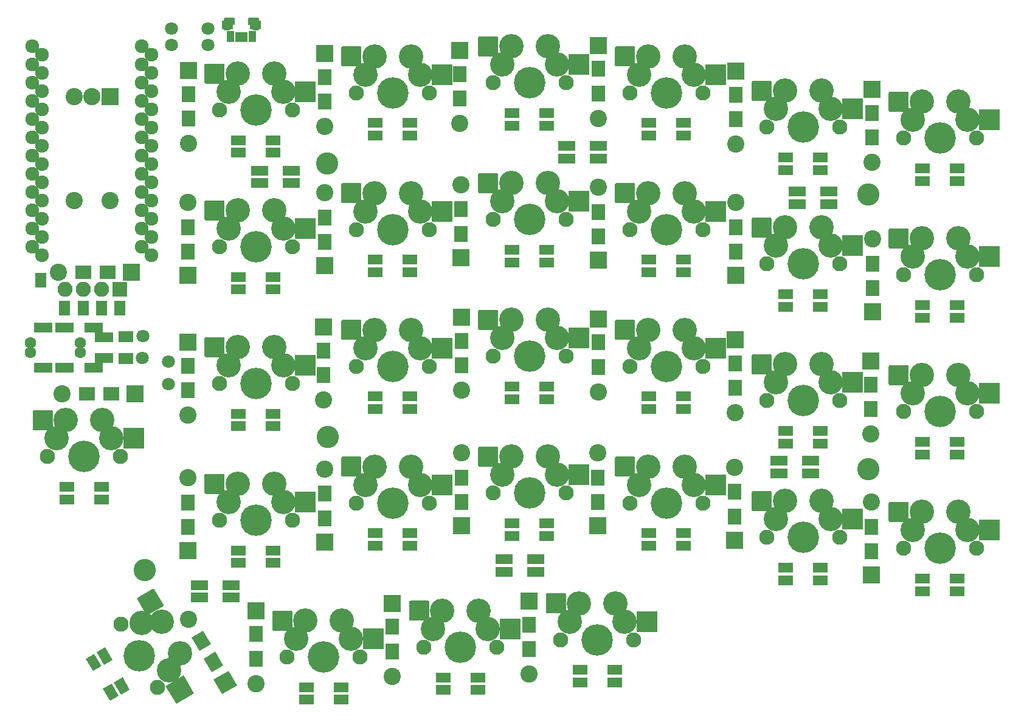
<source format=gts>
G04 #@! TF.GenerationSoftware,KiCad,Pcbnew,(5.1.6)-1*
G04 #@! TF.CreationDate,2020-12-11T11:33:57+01:00*
G04 #@! TF.ProjectId,Lily58_HS_RGB,4c696c79-3538-45f4-9853-5f5247422e6b,0.9*
G04 #@! TF.SameCoordinates,Original*
G04 #@! TF.FileFunction,Soldermask,Top*
G04 #@! TF.FilePolarity,Negative*
%FSLAX46Y46*%
G04 Gerber Fmt 4.6, Leading zero omitted, Abs format (unit mm)*
G04 Created by KiCad (PCBNEW (5.1.6)-1) date 2020-12-11 11:33:57*
%MOMM*%
%LPD*%
G01*
G04 APERTURE LIST*
%ADD10R,2.500000X1.400000*%
%ADD11C,1.600000*%
%ADD12R,1.543000X1.035000*%
%ADD13R,1.035000X1.543000*%
%ADD14C,1.797000*%
%ADD15R,2.398980X2.398980*%
%ADD16C,2.398980*%
%ADD17R,2.200000X1.900000*%
%ADD18R,1.900000X2.200000*%
%ADD19C,0.100000*%
%ADD20R,2.400000X1.400000*%
%ADD21R,2.000000X1.400000*%
%ADD22C,1.924000*%
%ADD23O,2.100000X2.100000*%
%ADD24R,2.100000X2.100000*%
%ADD25C,3.400000*%
%ADD26C,2.101800*%
%ADD27C,4.387800*%
%ADD28R,2.900000X2.900000*%
%ADD29R,1.570000X1.250000*%
%ADD30R,1.800000X1.350000*%
%ADD31R,1.000000X1.500000*%
%ADD32R,2.400000X2.400000*%
%ADD33C,2.400000*%
%ADD34C,3.100000*%
G04 APERTURE END LIST*
D10*
X93270500Y-84523000D03*
X91770500Y-80323000D03*
X87770500Y-80323000D03*
X84770500Y-80323000D03*
D11*
X89970500Y-82423000D03*
X82970500Y-82423000D03*
D10*
X87770500Y-85873000D03*
X84770500Y-85873000D03*
X93270500Y-81673000D03*
X91770500Y-85873000D03*
D11*
X82970500Y-83773000D03*
X89970500Y-83773000D03*
D12*
X84467700Y-74223880D03*
X84467700Y-73223120D03*
D13*
X96829880Y-81534000D03*
X95829120Y-81534000D03*
X95829120Y-84582000D03*
X96829880Y-84582000D03*
D12*
X87767900Y-78075880D03*
X87767900Y-77075120D03*
X90339332Y-78075880D03*
X90339332Y-77075120D03*
X92910766Y-78075880D03*
X92910766Y-77075120D03*
X95418700Y-78075880D03*
X95418700Y-77075120D03*
D14*
X98597449Y-84563949D03*
X102189551Y-88156051D03*
X98660949Y-81452449D03*
X102253051Y-85044551D03*
X102616000Y-40894000D03*
X107696000Y-40894000D03*
X107696000Y-38608000D03*
X102616000Y-38608000D03*
D15*
X97075000Y-72583040D03*
D16*
X86915000Y-72583040D03*
D17*
X93775000Y-72580500D03*
X90375000Y-72580500D03*
D15*
X152397460Y-118380500D03*
D16*
X152397460Y-128540500D03*
D18*
X152400000Y-121680500D03*
X152400000Y-125080500D03*
D15*
X133347460Y-118698000D03*
D16*
X133347460Y-128858000D03*
D18*
X133350000Y-121998000D03*
X133350000Y-125398000D03*
D15*
X114424460Y-119714000D03*
D16*
X114424460Y-129874000D03*
D18*
X114427000Y-123014000D03*
X114427000Y-126414000D03*
D19*
G36*
X108496166Y-129302313D02*
G01*
X110573744Y-128102823D01*
X111773234Y-130180401D01*
X109695656Y-131379891D01*
X108496166Y-129302313D01*
G37*
D16*
X105054700Y-120942539D03*
D19*
G36*
X109855224Y-127362371D02*
G01*
X108209776Y-128312371D01*
X107109776Y-126407115D01*
X108755224Y-125457115D01*
X109855224Y-127362371D01*
G37*
G36*
X108155224Y-124417885D02*
G01*
X106509776Y-125367885D01*
X105409776Y-123462629D01*
X107055224Y-122512629D01*
X108155224Y-124417885D01*
G37*
D15*
X97583000Y-89532460D03*
D16*
X87423000Y-89532460D03*
D17*
X94283000Y-89535000D03*
X90883000Y-89535000D03*
D15*
X200091040Y-114791500D03*
D16*
X200091040Y-104631500D03*
D18*
X200088500Y-111491500D03*
X200088500Y-108091500D03*
D15*
X181041040Y-109902000D03*
D16*
X181041040Y-99742000D03*
D18*
X181038500Y-106602000D03*
X181038500Y-103202000D03*
D15*
X161991040Y-107933500D03*
D16*
X161991040Y-97773500D03*
D18*
X161988500Y-104633500D03*
X161988500Y-101233500D03*
D15*
X143004540Y-107933500D03*
D16*
X143004540Y-97773500D03*
D18*
X143002000Y-104633500D03*
X143002000Y-101233500D03*
D15*
X123954540Y-110156000D03*
D16*
X123954540Y-99996000D03*
D18*
X123952000Y-106856000D03*
X123952000Y-103456000D03*
D15*
X104904540Y-111362500D03*
D16*
X104904540Y-101202500D03*
D18*
X104902000Y-108062500D03*
X104902000Y-104662500D03*
D15*
X200022460Y-84979500D03*
D16*
X200022460Y-95139500D03*
D18*
X200025000Y-88279500D03*
X200025000Y-91679500D03*
D15*
X181162960Y-81995000D03*
D16*
X181162960Y-92155000D03*
D18*
X181165500Y-85295000D03*
X181165500Y-88695000D03*
D15*
X162049460Y-79074000D03*
D16*
X162049460Y-89234000D03*
D18*
X162052000Y-82374000D03*
X162052000Y-85774000D03*
D15*
X143002000Y-78883500D03*
D16*
X143002000Y-89043500D03*
D18*
X143004540Y-82183500D03*
X143004540Y-85583500D03*
D15*
X123822460Y-80217000D03*
D16*
X123822460Y-90377000D03*
D18*
X123825000Y-83517000D03*
X123825000Y-86917000D03*
D15*
X104899460Y-82312500D03*
D16*
X104899460Y-92472500D03*
D18*
X104902000Y-85612500D03*
X104902000Y-89012500D03*
D15*
X200281540Y-78088500D03*
D16*
X200281540Y-67928500D03*
D18*
X200279000Y-74788500D03*
X200279000Y-71388500D03*
D15*
X181231540Y-73008500D03*
D16*
X181231540Y-62848500D03*
D18*
X181229000Y-69708500D03*
X181229000Y-66308500D03*
D15*
X162054540Y-70913000D03*
D16*
X162054540Y-60753000D03*
D18*
X162052000Y-67613000D03*
X162052000Y-64213000D03*
D15*
X142941040Y-70532000D03*
D16*
X142941040Y-60372000D03*
D18*
X142938500Y-67232000D03*
X142938500Y-63832000D03*
D15*
X123954540Y-71675000D03*
D16*
X123954540Y-61515000D03*
D18*
X123952000Y-68375000D03*
X123952000Y-64975000D03*
D15*
X104968040Y-73008500D03*
D16*
X104968040Y-62848500D03*
D18*
X104965500Y-69708500D03*
X104965500Y-66308500D03*
D15*
X200149460Y-47133500D03*
D16*
X200149460Y-57293500D03*
D18*
X200152000Y-50433500D03*
X200152000Y-53833500D03*
D15*
X181226460Y-44593500D03*
D16*
X181226460Y-54753500D03*
D18*
X181229000Y-47893500D03*
X181229000Y-51293500D03*
D15*
X162049460Y-40974000D03*
D16*
X162049460Y-51134000D03*
D18*
X162052000Y-44274000D03*
X162052000Y-47674000D03*
D15*
X142808960Y-41672500D03*
D16*
X142808960Y-51832500D03*
D18*
X142811500Y-44972500D03*
X142811500Y-48372500D03*
D15*
X123949460Y-42117000D03*
D16*
X123949460Y-52277000D03*
D18*
X123952000Y-45417000D03*
X123952000Y-48817000D03*
D15*
X105026460Y-44466500D03*
D16*
X105026460Y-54626500D03*
D18*
X105029000Y-47766500D03*
X105029000Y-51166500D03*
D20*
X119294000Y-58434000D03*
X119294000Y-60184000D03*
X114894000Y-58434000D03*
X114894000Y-60184000D03*
X162093000Y-55005000D03*
X162093000Y-56755000D03*
X157693000Y-55005000D03*
X157693000Y-56755000D03*
X194160500Y-61355000D03*
X194160500Y-63105000D03*
X189760500Y-61355000D03*
X189760500Y-63105000D03*
X106534500Y-117919500D03*
X106534500Y-116169500D03*
X110934500Y-117919500D03*
X110934500Y-116169500D03*
X148930000Y-114349500D03*
X148930000Y-112599500D03*
X153330000Y-114349500D03*
X153330000Y-112599500D03*
X187220500Y-100633500D03*
X187220500Y-98883500D03*
X191620500Y-100633500D03*
X191620500Y-98883500D03*
D21*
X159550000Y-128005000D03*
X159550000Y-129755000D03*
X164350000Y-128005000D03*
X164350000Y-129755000D03*
X140497700Y-129033300D03*
X140497700Y-130783300D03*
X145297700Y-129033300D03*
X145297700Y-130783300D03*
X121450000Y-130405000D03*
X121450000Y-132155000D03*
X126250000Y-130405000D03*
X126250000Y-132155000D03*
D19*
G36*
X94435581Y-126587563D02*
G01*
X93223145Y-127287563D01*
X92223145Y-125555513D01*
X93435581Y-124855513D01*
X94435581Y-126587563D01*
G37*
G36*
X92920037Y-127462563D02*
G01*
X91707601Y-128162563D01*
X90707601Y-126430513D01*
X91920037Y-125730513D01*
X92920037Y-127462563D01*
G37*
G36*
X96835581Y-130744485D02*
G01*
X95623145Y-131444485D01*
X94623145Y-129712435D01*
X95835581Y-129012435D01*
X96835581Y-130744485D01*
G37*
G36*
X95320037Y-131619485D02*
G01*
X94107601Y-132319485D01*
X93107601Y-130587435D01*
X94320037Y-129887435D01*
X95320037Y-131619485D01*
G37*
D21*
X92874800Y-104240300D03*
X92874800Y-102490300D03*
X88074800Y-104240300D03*
X88074800Y-102490300D03*
X212050000Y-117005000D03*
X212050000Y-115255000D03*
X207250000Y-117005000D03*
X207250000Y-115255000D03*
X193000000Y-115505000D03*
X193000000Y-113755000D03*
X188200000Y-115505000D03*
X188200000Y-113755000D03*
X173950000Y-110705000D03*
X173950000Y-108955000D03*
X169150000Y-110705000D03*
X169150000Y-108955000D03*
X154900000Y-109315000D03*
X154900000Y-107565000D03*
X150100000Y-109315000D03*
X150100000Y-107565000D03*
X135850000Y-110705000D03*
X135850000Y-108955000D03*
X131050000Y-110705000D03*
X131050000Y-108955000D03*
X116800000Y-113105000D03*
X116800000Y-111355000D03*
X112000000Y-113105000D03*
X112000000Y-111355000D03*
X207250000Y-96205000D03*
X207250000Y-97955000D03*
X212050000Y-96205000D03*
X212050000Y-97955000D03*
X188200000Y-94705000D03*
X188200000Y-96455000D03*
X193000000Y-94705000D03*
X193000000Y-96455000D03*
X169150000Y-89905000D03*
X169150000Y-91655000D03*
X173950000Y-89905000D03*
X173950000Y-91655000D03*
X150100000Y-88515000D03*
X150100000Y-90265000D03*
X154900000Y-88515000D03*
X154900000Y-90265000D03*
X131050000Y-89905000D03*
X131050000Y-91655000D03*
X135850000Y-89905000D03*
X135850000Y-91655000D03*
X112000000Y-92305000D03*
X112000000Y-94055000D03*
X116800000Y-92305000D03*
X116800000Y-94055000D03*
X212050000Y-78905000D03*
X212050000Y-77155000D03*
X207250000Y-78905000D03*
X207250000Y-77155000D03*
X193000000Y-77405000D03*
X193000000Y-75655000D03*
X188200000Y-77405000D03*
X188200000Y-75655000D03*
X173950000Y-72605000D03*
X173950000Y-70855000D03*
X169150000Y-72605000D03*
X169150000Y-70855000D03*
X154900000Y-71215000D03*
X154900000Y-69465000D03*
X150100000Y-71215000D03*
X150100000Y-69465000D03*
X135850000Y-72605000D03*
X135850000Y-70855000D03*
X131050000Y-72605000D03*
X131050000Y-70855000D03*
X116800000Y-75005000D03*
X116800000Y-73255000D03*
X112000000Y-75005000D03*
X112000000Y-73255000D03*
X207250000Y-58105000D03*
X207250000Y-59855000D03*
X212050000Y-58105000D03*
X212050000Y-59855000D03*
X188200000Y-56605000D03*
X188200000Y-58355000D03*
X193000000Y-56605000D03*
X193000000Y-58355000D03*
X169150000Y-51805000D03*
X169150000Y-53555000D03*
X173950000Y-51805000D03*
X173950000Y-53555000D03*
X150100000Y-50415000D03*
X150100000Y-52165000D03*
X154900000Y-50415000D03*
X154900000Y-52165000D03*
X131000000Y-51805000D03*
X131000000Y-53555000D03*
X135800000Y-51805000D03*
X135800000Y-53555000D03*
X112000000Y-54205000D03*
X112000000Y-55955000D03*
X116800000Y-54205000D03*
X116800000Y-55955000D03*
D22*
X84584815Y-47405745D03*
X99824815Y-65185745D03*
X84584815Y-57565745D03*
X99824815Y-55025745D03*
X99824815Y-49945745D03*
X84584815Y-67725745D03*
X99824815Y-47405745D03*
X99824815Y-42325745D03*
X84584815Y-62645745D03*
X99824815Y-70265745D03*
X84584815Y-55025745D03*
X84584815Y-44865745D03*
X84584815Y-49945745D03*
X84584815Y-52485745D03*
X84584815Y-65185745D03*
X84584815Y-60105745D03*
X99824815Y-62645745D03*
X99824815Y-60105745D03*
X84584815Y-70265745D03*
X99824815Y-67725745D03*
X99824815Y-44865745D03*
X84584815Y-42325745D03*
X99824815Y-57565745D03*
X99824815Y-52485745D03*
X83286000Y-41130000D03*
X83286000Y-43670000D03*
X83286000Y-46210000D03*
X83286000Y-48750000D03*
X83286000Y-51290000D03*
X83286000Y-53830000D03*
X83286000Y-56370000D03*
X83286000Y-58910000D03*
X83286000Y-61450000D03*
X83286000Y-63990000D03*
X83286000Y-66530000D03*
X83286000Y-69070000D03*
X98526000Y-69070000D03*
X98526000Y-66530000D03*
X98526000Y-63990000D03*
X98526000Y-61450000D03*
X98526000Y-58910000D03*
X98526000Y-56370000D03*
X98526000Y-53830000D03*
X98526000Y-51290000D03*
X98526000Y-48750000D03*
X98526000Y-46210000D03*
X98526000Y-43670000D03*
X98526000Y-41130000D03*
D23*
X87820500Y-74993500D03*
X90360500Y-74993500D03*
X92900500Y-74993500D03*
D24*
X95440500Y-74993500D03*
D19*
G36*
X97866793Y-118152911D02*
G01*
X97857889Y-118114729D01*
X97856607Y-118075543D01*
X97862994Y-118036860D01*
X97876804Y-118000166D01*
X97897508Y-117966871D01*
X97924309Y-117938256D01*
X97956179Y-117915418D01*
X100034639Y-116715418D01*
X100070352Y-116699238D01*
X100108534Y-116690334D01*
X100147720Y-116689052D01*
X100186403Y-116695439D01*
X100223097Y-116709249D01*
X100256392Y-116729953D01*
X100285007Y-116756754D01*
X100307845Y-116788624D01*
X101507845Y-118867084D01*
X101524025Y-118902797D01*
X101532929Y-118940979D01*
X101534211Y-118980165D01*
X101527824Y-119018848D01*
X101514014Y-119055542D01*
X101493310Y-119088837D01*
X101466509Y-119117452D01*
X101434639Y-119140290D01*
X99615986Y-120190290D01*
X99580274Y-120206470D01*
X99542091Y-120215374D01*
X99502906Y-120216656D01*
X99464222Y-120210269D01*
X99427341Y-120196366D01*
X98942533Y-119956655D01*
X98909260Y-119935916D01*
X98880673Y-119909085D01*
X98857973Y-119877373D01*
X97882973Y-118188624D01*
X97866793Y-118152911D01*
G37*
G36*
X105801442Y-131283812D02*
G01*
X103289968Y-132733812D01*
X101839968Y-130222338D01*
X104351442Y-128772338D01*
X105801442Y-131283812D01*
G37*
D25*
X102275705Y-128077057D03*
X101300409Y-121307795D03*
X98465705Y-121477943D03*
X103840409Y-125707205D03*
D26*
X100711000Y-130446909D03*
X95631000Y-121648091D03*
D27*
X98171000Y-126047500D03*
D19*
G36*
X154960982Y-120116157D02*
G01*
X154923463Y-120104776D01*
X154888886Y-120086294D01*
X154858579Y-120061421D01*
X154833706Y-120031114D01*
X154815224Y-119996537D01*
X154803843Y-119959018D01*
X154800000Y-119920000D01*
X154800000Y-117520000D01*
X154803843Y-117480982D01*
X154815224Y-117443463D01*
X154833706Y-117408886D01*
X154858579Y-117378579D01*
X154888886Y-117353706D01*
X154923463Y-117335224D01*
X154960982Y-117323843D01*
X155000000Y-117320000D01*
X157400000Y-117320000D01*
X157439018Y-117323843D01*
X157476537Y-117335224D01*
X157511114Y-117353706D01*
X157541421Y-117378579D01*
X157566294Y-117408886D01*
X157584776Y-117443463D01*
X157596157Y-117480982D01*
X157600000Y-117520000D01*
X157600000Y-119620000D01*
X157596157Y-119659018D01*
X157584776Y-119696537D01*
X157566294Y-119731114D01*
X157541421Y-119761421D01*
X157510940Y-119786410D01*
X157060940Y-120086410D01*
X157026343Y-120104856D01*
X156988813Y-120116198D01*
X156950000Y-120120000D01*
X155000000Y-120120000D01*
X154960982Y-120116157D01*
G37*
D28*
X168850000Y-121259999D03*
D25*
X165760000Y-121260000D03*
X159410000Y-118720000D03*
X158140000Y-121260000D03*
X164490000Y-118720000D03*
D26*
X167030000Y-123800000D03*
X156870000Y-123800000D03*
D27*
X161950000Y-123800000D03*
D19*
G36*
X135908682Y-121144457D02*
G01*
X135871163Y-121133076D01*
X135836586Y-121114594D01*
X135806279Y-121089721D01*
X135781406Y-121059414D01*
X135762924Y-121024837D01*
X135751543Y-120987318D01*
X135747700Y-120948300D01*
X135747700Y-118548300D01*
X135751543Y-118509282D01*
X135762924Y-118471763D01*
X135781406Y-118437186D01*
X135806279Y-118406879D01*
X135836586Y-118382006D01*
X135871163Y-118363524D01*
X135908682Y-118352143D01*
X135947700Y-118348300D01*
X138347700Y-118348300D01*
X138386718Y-118352143D01*
X138424237Y-118363524D01*
X138458814Y-118382006D01*
X138489121Y-118406879D01*
X138513994Y-118437186D01*
X138532476Y-118471763D01*
X138543857Y-118509282D01*
X138547700Y-118548300D01*
X138547700Y-120648300D01*
X138543857Y-120687318D01*
X138532476Y-120724837D01*
X138513994Y-120759414D01*
X138489121Y-120789721D01*
X138458640Y-120814710D01*
X138008640Y-121114710D01*
X137974043Y-121133156D01*
X137936513Y-121144498D01*
X137897700Y-121148300D01*
X135947700Y-121148300D01*
X135908682Y-121144457D01*
G37*
D28*
X149797700Y-122288299D03*
D25*
X146707700Y-122288300D03*
X140357700Y-119748300D03*
X139087700Y-122288300D03*
X145437700Y-119748300D03*
D26*
X147977700Y-124828300D03*
X137817700Y-124828300D03*
D27*
X142897700Y-124828300D03*
D19*
G36*
X116860982Y-122516157D02*
G01*
X116823463Y-122504776D01*
X116788886Y-122486294D01*
X116758579Y-122461421D01*
X116733706Y-122431114D01*
X116715224Y-122396537D01*
X116703843Y-122359018D01*
X116700000Y-122320000D01*
X116700000Y-119920000D01*
X116703843Y-119880982D01*
X116715224Y-119843463D01*
X116733706Y-119808886D01*
X116758579Y-119778579D01*
X116788886Y-119753706D01*
X116823463Y-119735224D01*
X116860982Y-119723843D01*
X116900000Y-119720000D01*
X119300000Y-119720000D01*
X119339018Y-119723843D01*
X119376537Y-119735224D01*
X119411114Y-119753706D01*
X119441421Y-119778579D01*
X119466294Y-119808886D01*
X119484776Y-119843463D01*
X119496157Y-119880982D01*
X119500000Y-119920000D01*
X119500000Y-122020000D01*
X119496157Y-122059018D01*
X119484776Y-122096537D01*
X119466294Y-122131114D01*
X119441421Y-122161421D01*
X119410940Y-122186410D01*
X118960940Y-122486410D01*
X118926343Y-122504856D01*
X118888813Y-122516198D01*
X118850000Y-122520000D01*
X116900000Y-122520000D01*
X116860982Y-122516157D01*
G37*
D28*
X130750000Y-123659999D03*
D25*
X127660000Y-123660000D03*
X121310000Y-121120000D03*
X120040000Y-123660000D03*
X126390000Y-121120000D03*
D26*
X128930000Y-126200000D03*
X118770000Y-126200000D03*
D27*
X123850000Y-126200000D03*
D19*
G36*
X83485782Y-94601457D02*
G01*
X83448263Y-94590076D01*
X83413686Y-94571594D01*
X83383379Y-94546721D01*
X83358506Y-94516414D01*
X83340024Y-94481837D01*
X83328643Y-94444318D01*
X83324800Y-94405300D01*
X83324800Y-92005300D01*
X83328643Y-91966282D01*
X83340024Y-91928763D01*
X83358506Y-91894186D01*
X83383379Y-91863879D01*
X83413686Y-91839006D01*
X83448263Y-91820524D01*
X83485782Y-91809143D01*
X83524800Y-91805300D01*
X85924800Y-91805300D01*
X85963818Y-91809143D01*
X86001337Y-91820524D01*
X86035914Y-91839006D01*
X86066221Y-91863879D01*
X86091094Y-91894186D01*
X86109576Y-91928763D01*
X86120957Y-91966282D01*
X86124800Y-92005300D01*
X86124800Y-94105300D01*
X86120957Y-94144318D01*
X86109576Y-94181837D01*
X86091094Y-94216414D01*
X86066221Y-94246721D01*
X86035740Y-94271710D01*
X85585740Y-94571710D01*
X85551143Y-94590156D01*
X85513613Y-94601498D01*
X85474800Y-94605300D01*
X83524800Y-94605300D01*
X83485782Y-94601457D01*
G37*
D28*
X97374800Y-95745299D03*
D25*
X94284800Y-95745300D03*
X87934800Y-93205300D03*
X86664800Y-95745300D03*
X93014800Y-93205300D03*
D26*
X95554800Y-98285300D03*
X85394800Y-98285300D03*
D27*
X90474800Y-98285300D03*
D19*
G36*
X202660982Y-107366157D02*
G01*
X202623463Y-107354776D01*
X202588886Y-107336294D01*
X202558579Y-107311421D01*
X202533706Y-107281114D01*
X202515224Y-107246537D01*
X202503843Y-107209018D01*
X202500000Y-107170000D01*
X202500000Y-104770000D01*
X202503843Y-104730982D01*
X202515224Y-104693463D01*
X202533706Y-104658886D01*
X202558579Y-104628579D01*
X202588886Y-104603706D01*
X202623463Y-104585224D01*
X202660982Y-104573843D01*
X202700000Y-104570000D01*
X205100000Y-104570000D01*
X205139018Y-104573843D01*
X205176537Y-104585224D01*
X205211114Y-104603706D01*
X205241421Y-104628579D01*
X205266294Y-104658886D01*
X205284776Y-104693463D01*
X205296157Y-104730982D01*
X205300000Y-104770000D01*
X205300000Y-106870000D01*
X205296157Y-106909018D01*
X205284776Y-106946537D01*
X205266294Y-106981114D01*
X205241421Y-107011421D01*
X205210940Y-107036410D01*
X204760940Y-107336410D01*
X204726343Y-107354856D01*
X204688813Y-107366198D01*
X204650000Y-107370000D01*
X202700000Y-107370000D01*
X202660982Y-107366157D01*
G37*
D28*
X216550000Y-108509999D03*
D25*
X213460000Y-108510000D03*
X207110000Y-105970000D03*
X205840000Y-108510000D03*
X212190000Y-105970000D03*
D26*
X214730000Y-111050000D03*
X204570000Y-111050000D03*
D27*
X209650000Y-111050000D03*
D19*
G36*
X183610982Y-105866157D02*
G01*
X183573463Y-105854776D01*
X183538886Y-105836294D01*
X183508579Y-105811421D01*
X183483706Y-105781114D01*
X183465224Y-105746537D01*
X183453843Y-105709018D01*
X183450000Y-105670000D01*
X183450000Y-103270000D01*
X183453843Y-103230982D01*
X183465224Y-103193463D01*
X183483706Y-103158886D01*
X183508579Y-103128579D01*
X183538886Y-103103706D01*
X183573463Y-103085224D01*
X183610982Y-103073843D01*
X183650000Y-103070000D01*
X186050000Y-103070000D01*
X186089018Y-103073843D01*
X186126537Y-103085224D01*
X186161114Y-103103706D01*
X186191421Y-103128579D01*
X186216294Y-103158886D01*
X186234776Y-103193463D01*
X186246157Y-103230982D01*
X186250000Y-103270000D01*
X186250000Y-105370000D01*
X186246157Y-105409018D01*
X186234776Y-105446537D01*
X186216294Y-105481114D01*
X186191421Y-105511421D01*
X186160940Y-105536410D01*
X185710940Y-105836410D01*
X185676343Y-105854856D01*
X185638813Y-105866198D01*
X185600000Y-105870000D01*
X183650000Y-105870000D01*
X183610982Y-105866157D01*
G37*
D28*
X197500000Y-107009999D03*
D25*
X194410000Y-107010000D03*
X188060000Y-104470000D03*
X186790000Y-107010000D03*
X193140000Y-104470000D03*
D26*
X195680000Y-109550000D03*
X185520000Y-109550000D03*
D27*
X190600000Y-109550000D03*
D19*
G36*
X164560982Y-101066157D02*
G01*
X164523463Y-101054776D01*
X164488886Y-101036294D01*
X164458579Y-101011421D01*
X164433706Y-100981114D01*
X164415224Y-100946537D01*
X164403843Y-100909018D01*
X164400000Y-100870000D01*
X164400000Y-98470000D01*
X164403843Y-98430982D01*
X164415224Y-98393463D01*
X164433706Y-98358886D01*
X164458579Y-98328579D01*
X164488886Y-98303706D01*
X164523463Y-98285224D01*
X164560982Y-98273843D01*
X164600000Y-98270000D01*
X167000000Y-98270000D01*
X167039018Y-98273843D01*
X167076537Y-98285224D01*
X167111114Y-98303706D01*
X167141421Y-98328579D01*
X167166294Y-98358886D01*
X167184776Y-98393463D01*
X167196157Y-98430982D01*
X167200000Y-98470000D01*
X167200000Y-100570000D01*
X167196157Y-100609018D01*
X167184776Y-100646537D01*
X167166294Y-100681114D01*
X167141421Y-100711421D01*
X167110940Y-100736410D01*
X166660940Y-101036410D01*
X166626343Y-101054856D01*
X166588813Y-101066198D01*
X166550000Y-101070000D01*
X164600000Y-101070000D01*
X164560982Y-101066157D01*
G37*
D28*
X178450000Y-102209999D03*
D25*
X175360000Y-102210000D03*
X169010000Y-99670000D03*
X167740000Y-102210000D03*
X174090000Y-99670000D03*
D26*
X176630000Y-104750000D03*
X166470000Y-104750000D03*
D27*
X171550000Y-104750000D03*
D19*
G36*
X145510982Y-99676157D02*
G01*
X145473463Y-99664776D01*
X145438886Y-99646294D01*
X145408579Y-99621421D01*
X145383706Y-99591114D01*
X145365224Y-99556537D01*
X145353843Y-99519018D01*
X145350000Y-99480000D01*
X145350000Y-97080000D01*
X145353843Y-97040982D01*
X145365224Y-97003463D01*
X145383706Y-96968886D01*
X145408579Y-96938579D01*
X145438886Y-96913706D01*
X145473463Y-96895224D01*
X145510982Y-96883843D01*
X145550000Y-96880000D01*
X147950000Y-96880000D01*
X147989018Y-96883843D01*
X148026537Y-96895224D01*
X148061114Y-96913706D01*
X148091421Y-96938579D01*
X148116294Y-96968886D01*
X148134776Y-97003463D01*
X148146157Y-97040982D01*
X148150000Y-97080000D01*
X148150000Y-99180000D01*
X148146157Y-99219018D01*
X148134776Y-99256537D01*
X148116294Y-99291114D01*
X148091421Y-99321421D01*
X148060940Y-99346410D01*
X147610940Y-99646410D01*
X147576343Y-99664856D01*
X147538813Y-99676198D01*
X147500000Y-99680000D01*
X145550000Y-99680000D01*
X145510982Y-99676157D01*
G37*
D28*
X159400000Y-100819999D03*
D25*
X156310000Y-100820000D03*
X149960000Y-98280000D03*
X148690000Y-100820000D03*
X155040000Y-98280000D03*
D26*
X157580000Y-103360000D03*
X147420000Y-103360000D03*
D27*
X152500000Y-103360000D03*
D19*
G36*
X126460982Y-101066157D02*
G01*
X126423463Y-101054776D01*
X126388886Y-101036294D01*
X126358579Y-101011421D01*
X126333706Y-100981114D01*
X126315224Y-100946537D01*
X126303843Y-100909018D01*
X126300000Y-100870000D01*
X126300000Y-98470000D01*
X126303843Y-98430982D01*
X126315224Y-98393463D01*
X126333706Y-98358886D01*
X126358579Y-98328579D01*
X126388886Y-98303706D01*
X126423463Y-98285224D01*
X126460982Y-98273843D01*
X126500000Y-98270000D01*
X128900000Y-98270000D01*
X128939018Y-98273843D01*
X128976537Y-98285224D01*
X129011114Y-98303706D01*
X129041421Y-98328579D01*
X129066294Y-98358886D01*
X129084776Y-98393463D01*
X129096157Y-98430982D01*
X129100000Y-98470000D01*
X129100000Y-100570000D01*
X129096157Y-100609018D01*
X129084776Y-100646537D01*
X129066294Y-100681114D01*
X129041421Y-100711421D01*
X129010940Y-100736410D01*
X128560940Y-101036410D01*
X128526343Y-101054856D01*
X128488813Y-101066198D01*
X128450000Y-101070000D01*
X126500000Y-101070000D01*
X126460982Y-101066157D01*
G37*
D28*
X140350000Y-102209999D03*
D25*
X137260000Y-102210000D03*
X130910000Y-99670000D03*
X129640000Y-102210000D03*
X135990000Y-99670000D03*
D26*
X138530000Y-104750000D03*
X128370000Y-104750000D03*
D27*
X133450000Y-104750000D03*
D19*
G36*
X107410982Y-103466157D02*
G01*
X107373463Y-103454776D01*
X107338886Y-103436294D01*
X107308579Y-103411421D01*
X107283706Y-103381114D01*
X107265224Y-103346537D01*
X107253843Y-103309018D01*
X107250000Y-103270000D01*
X107250000Y-100870000D01*
X107253843Y-100830982D01*
X107265224Y-100793463D01*
X107283706Y-100758886D01*
X107308579Y-100728579D01*
X107338886Y-100703706D01*
X107373463Y-100685224D01*
X107410982Y-100673843D01*
X107450000Y-100670000D01*
X109850000Y-100670000D01*
X109889018Y-100673843D01*
X109926537Y-100685224D01*
X109961114Y-100703706D01*
X109991421Y-100728579D01*
X110016294Y-100758886D01*
X110034776Y-100793463D01*
X110046157Y-100830982D01*
X110050000Y-100870000D01*
X110050000Y-102970000D01*
X110046157Y-103009018D01*
X110034776Y-103046537D01*
X110016294Y-103081114D01*
X109991421Y-103111421D01*
X109960940Y-103136410D01*
X109510940Y-103436410D01*
X109476343Y-103454856D01*
X109438813Y-103466198D01*
X109400000Y-103470000D01*
X107450000Y-103470000D01*
X107410982Y-103466157D01*
G37*
D28*
X121300000Y-104609999D03*
D25*
X118210000Y-104610000D03*
X111860000Y-102070000D03*
X110590000Y-104610000D03*
X116940000Y-102070000D03*
D26*
X119480000Y-107150000D03*
X109320000Y-107150000D03*
D27*
X114400000Y-107150000D03*
D19*
G36*
X202660982Y-88316157D02*
G01*
X202623463Y-88304776D01*
X202588886Y-88286294D01*
X202558579Y-88261421D01*
X202533706Y-88231114D01*
X202515224Y-88196537D01*
X202503843Y-88159018D01*
X202500000Y-88120000D01*
X202500000Y-85720000D01*
X202503843Y-85680982D01*
X202515224Y-85643463D01*
X202533706Y-85608886D01*
X202558579Y-85578579D01*
X202588886Y-85553706D01*
X202623463Y-85535224D01*
X202660982Y-85523843D01*
X202700000Y-85520000D01*
X205100000Y-85520000D01*
X205139018Y-85523843D01*
X205176537Y-85535224D01*
X205211114Y-85553706D01*
X205241421Y-85578579D01*
X205266294Y-85608886D01*
X205284776Y-85643463D01*
X205296157Y-85680982D01*
X205300000Y-85720000D01*
X205300000Y-87820000D01*
X205296157Y-87859018D01*
X205284776Y-87896537D01*
X205266294Y-87931114D01*
X205241421Y-87961421D01*
X205210940Y-87986410D01*
X204760940Y-88286410D01*
X204726343Y-88304856D01*
X204688813Y-88316198D01*
X204650000Y-88320000D01*
X202700000Y-88320000D01*
X202660982Y-88316157D01*
G37*
D28*
X216550000Y-89459999D03*
D25*
X213460000Y-89460000D03*
X207110000Y-86920000D03*
X205840000Y-89460000D03*
X212190000Y-86920000D03*
D26*
X214730000Y-92000000D03*
X204570000Y-92000000D03*
D27*
X209650000Y-92000000D03*
D19*
G36*
X183610982Y-86816157D02*
G01*
X183573463Y-86804776D01*
X183538886Y-86786294D01*
X183508579Y-86761421D01*
X183483706Y-86731114D01*
X183465224Y-86696537D01*
X183453843Y-86659018D01*
X183450000Y-86620000D01*
X183450000Y-84220000D01*
X183453843Y-84180982D01*
X183465224Y-84143463D01*
X183483706Y-84108886D01*
X183508579Y-84078579D01*
X183538886Y-84053706D01*
X183573463Y-84035224D01*
X183610982Y-84023843D01*
X183650000Y-84020000D01*
X186050000Y-84020000D01*
X186089018Y-84023843D01*
X186126537Y-84035224D01*
X186161114Y-84053706D01*
X186191421Y-84078579D01*
X186216294Y-84108886D01*
X186234776Y-84143463D01*
X186246157Y-84180982D01*
X186250000Y-84220000D01*
X186250000Y-86320000D01*
X186246157Y-86359018D01*
X186234776Y-86396537D01*
X186216294Y-86431114D01*
X186191421Y-86461421D01*
X186160940Y-86486410D01*
X185710940Y-86786410D01*
X185676343Y-86804856D01*
X185638813Y-86816198D01*
X185600000Y-86820000D01*
X183650000Y-86820000D01*
X183610982Y-86816157D01*
G37*
D28*
X197500000Y-87959999D03*
D25*
X194410000Y-87960000D03*
X188060000Y-85420000D03*
X186790000Y-87960000D03*
X193140000Y-85420000D03*
D26*
X195680000Y-90500000D03*
X185520000Y-90500000D03*
D27*
X190600000Y-90500000D03*
D19*
G36*
X164560982Y-82016157D02*
G01*
X164523463Y-82004776D01*
X164488886Y-81986294D01*
X164458579Y-81961421D01*
X164433706Y-81931114D01*
X164415224Y-81896537D01*
X164403843Y-81859018D01*
X164400000Y-81820000D01*
X164400000Y-79420000D01*
X164403843Y-79380982D01*
X164415224Y-79343463D01*
X164433706Y-79308886D01*
X164458579Y-79278579D01*
X164488886Y-79253706D01*
X164523463Y-79235224D01*
X164560982Y-79223843D01*
X164600000Y-79220000D01*
X167000000Y-79220000D01*
X167039018Y-79223843D01*
X167076537Y-79235224D01*
X167111114Y-79253706D01*
X167141421Y-79278579D01*
X167166294Y-79308886D01*
X167184776Y-79343463D01*
X167196157Y-79380982D01*
X167200000Y-79420000D01*
X167200000Y-81520000D01*
X167196157Y-81559018D01*
X167184776Y-81596537D01*
X167166294Y-81631114D01*
X167141421Y-81661421D01*
X167110940Y-81686410D01*
X166660940Y-81986410D01*
X166626343Y-82004856D01*
X166588813Y-82016198D01*
X166550000Y-82020000D01*
X164600000Y-82020000D01*
X164560982Y-82016157D01*
G37*
D28*
X178450000Y-83159999D03*
D25*
X175360000Y-83160000D03*
X169010000Y-80620000D03*
X167740000Y-83160000D03*
X174090000Y-80620000D03*
D26*
X176630000Y-85700000D03*
X166470000Y-85700000D03*
D27*
X171550000Y-85700000D03*
D19*
G36*
X145510982Y-80626157D02*
G01*
X145473463Y-80614776D01*
X145438886Y-80596294D01*
X145408579Y-80571421D01*
X145383706Y-80541114D01*
X145365224Y-80506537D01*
X145353843Y-80469018D01*
X145350000Y-80430000D01*
X145350000Y-78030000D01*
X145353843Y-77990982D01*
X145365224Y-77953463D01*
X145383706Y-77918886D01*
X145408579Y-77888579D01*
X145438886Y-77863706D01*
X145473463Y-77845224D01*
X145510982Y-77833843D01*
X145550000Y-77830000D01*
X147950000Y-77830000D01*
X147989018Y-77833843D01*
X148026537Y-77845224D01*
X148061114Y-77863706D01*
X148091421Y-77888579D01*
X148116294Y-77918886D01*
X148134776Y-77953463D01*
X148146157Y-77990982D01*
X148150000Y-78030000D01*
X148150000Y-80130000D01*
X148146157Y-80169018D01*
X148134776Y-80206537D01*
X148116294Y-80241114D01*
X148091421Y-80271421D01*
X148060940Y-80296410D01*
X147610940Y-80596410D01*
X147576343Y-80614856D01*
X147538813Y-80626198D01*
X147500000Y-80630000D01*
X145550000Y-80630000D01*
X145510982Y-80626157D01*
G37*
D28*
X159400000Y-81769999D03*
D25*
X156310000Y-81770000D03*
X149960000Y-79230000D03*
X148690000Y-81770000D03*
X155040000Y-79230000D03*
D26*
X157580000Y-84310000D03*
X147420000Y-84310000D03*
D27*
X152500000Y-84310000D03*
D19*
G36*
X126460982Y-82016157D02*
G01*
X126423463Y-82004776D01*
X126388886Y-81986294D01*
X126358579Y-81961421D01*
X126333706Y-81931114D01*
X126315224Y-81896537D01*
X126303843Y-81859018D01*
X126300000Y-81820000D01*
X126300000Y-79420000D01*
X126303843Y-79380982D01*
X126315224Y-79343463D01*
X126333706Y-79308886D01*
X126358579Y-79278579D01*
X126388886Y-79253706D01*
X126423463Y-79235224D01*
X126460982Y-79223843D01*
X126500000Y-79220000D01*
X128900000Y-79220000D01*
X128939018Y-79223843D01*
X128976537Y-79235224D01*
X129011114Y-79253706D01*
X129041421Y-79278579D01*
X129066294Y-79308886D01*
X129084776Y-79343463D01*
X129096157Y-79380982D01*
X129100000Y-79420000D01*
X129100000Y-81520000D01*
X129096157Y-81559018D01*
X129084776Y-81596537D01*
X129066294Y-81631114D01*
X129041421Y-81661421D01*
X129010940Y-81686410D01*
X128560940Y-81986410D01*
X128526343Y-82004856D01*
X128488813Y-82016198D01*
X128450000Y-82020000D01*
X126500000Y-82020000D01*
X126460982Y-82016157D01*
G37*
D28*
X140350000Y-83159999D03*
D25*
X137260000Y-83160000D03*
X130910000Y-80620000D03*
X129640000Y-83160000D03*
X135990000Y-80620000D03*
D26*
X138530000Y-85700000D03*
X128370000Y-85700000D03*
D27*
X133450000Y-85700000D03*
D19*
G36*
X107410982Y-84416157D02*
G01*
X107373463Y-84404776D01*
X107338886Y-84386294D01*
X107308579Y-84361421D01*
X107283706Y-84331114D01*
X107265224Y-84296537D01*
X107253843Y-84259018D01*
X107250000Y-84220000D01*
X107250000Y-81820000D01*
X107253843Y-81780982D01*
X107265224Y-81743463D01*
X107283706Y-81708886D01*
X107308579Y-81678579D01*
X107338886Y-81653706D01*
X107373463Y-81635224D01*
X107410982Y-81623843D01*
X107450000Y-81620000D01*
X109850000Y-81620000D01*
X109889018Y-81623843D01*
X109926537Y-81635224D01*
X109961114Y-81653706D01*
X109991421Y-81678579D01*
X110016294Y-81708886D01*
X110034776Y-81743463D01*
X110046157Y-81780982D01*
X110050000Y-81820000D01*
X110050000Y-83920000D01*
X110046157Y-83959018D01*
X110034776Y-83996537D01*
X110016294Y-84031114D01*
X109991421Y-84061421D01*
X109960940Y-84086410D01*
X109510940Y-84386410D01*
X109476343Y-84404856D01*
X109438813Y-84416198D01*
X109400000Y-84420000D01*
X107450000Y-84420000D01*
X107410982Y-84416157D01*
G37*
D28*
X121300000Y-85559999D03*
D25*
X118210000Y-85560000D03*
X111860000Y-83020000D03*
X110590000Y-85560000D03*
X116940000Y-83020000D03*
D26*
X119480000Y-88100000D03*
X109320000Y-88100000D03*
D27*
X114400000Y-88100000D03*
D19*
G36*
X202660982Y-69266157D02*
G01*
X202623463Y-69254776D01*
X202588886Y-69236294D01*
X202558579Y-69211421D01*
X202533706Y-69181114D01*
X202515224Y-69146537D01*
X202503843Y-69109018D01*
X202500000Y-69070000D01*
X202500000Y-66670000D01*
X202503843Y-66630982D01*
X202515224Y-66593463D01*
X202533706Y-66558886D01*
X202558579Y-66528579D01*
X202588886Y-66503706D01*
X202623463Y-66485224D01*
X202660982Y-66473843D01*
X202700000Y-66470000D01*
X205100000Y-66470000D01*
X205139018Y-66473843D01*
X205176537Y-66485224D01*
X205211114Y-66503706D01*
X205241421Y-66528579D01*
X205266294Y-66558886D01*
X205284776Y-66593463D01*
X205296157Y-66630982D01*
X205300000Y-66670000D01*
X205300000Y-68770000D01*
X205296157Y-68809018D01*
X205284776Y-68846537D01*
X205266294Y-68881114D01*
X205241421Y-68911421D01*
X205210940Y-68936410D01*
X204760940Y-69236410D01*
X204726343Y-69254856D01*
X204688813Y-69266198D01*
X204650000Y-69270000D01*
X202700000Y-69270000D01*
X202660982Y-69266157D01*
G37*
D28*
X216550000Y-70409999D03*
D25*
X213460000Y-70410000D03*
X207110000Y-67870000D03*
X205840000Y-70410000D03*
X212190000Y-67870000D03*
D26*
X214730000Y-72950000D03*
X204570000Y-72950000D03*
D27*
X209650000Y-72950000D03*
D19*
G36*
X183610982Y-67766157D02*
G01*
X183573463Y-67754776D01*
X183538886Y-67736294D01*
X183508579Y-67711421D01*
X183483706Y-67681114D01*
X183465224Y-67646537D01*
X183453843Y-67609018D01*
X183450000Y-67570000D01*
X183450000Y-65170000D01*
X183453843Y-65130982D01*
X183465224Y-65093463D01*
X183483706Y-65058886D01*
X183508579Y-65028579D01*
X183538886Y-65003706D01*
X183573463Y-64985224D01*
X183610982Y-64973843D01*
X183650000Y-64970000D01*
X186050000Y-64970000D01*
X186089018Y-64973843D01*
X186126537Y-64985224D01*
X186161114Y-65003706D01*
X186191421Y-65028579D01*
X186216294Y-65058886D01*
X186234776Y-65093463D01*
X186246157Y-65130982D01*
X186250000Y-65170000D01*
X186250000Y-67270000D01*
X186246157Y-67309018D01*
X186234776Y-67346537D01*
X186216294Y-67381114D01*
X186191421Y-67411421D01*
X186160940Y-67436410D01*
X185710940Y-67736410D01*
X185676343Y-67754856D01*
X185638813Y-67766198D01*
X185600000Y-67770000D01*
X183650000Y-67770000D01*
X183610982Y-67766157D01*
G37*
D28*
X197500000Y-68909999D03*
D25*
X194410000Y-68910000D03*
X188060000Y-66370000D03*
X186790000Y-68910000D03*
X193140000Y-66370000D03*
D26*
X195680000Y-71450000D03*
X185520000Y-71450000D03*
D27*
X190600000Y-71450000D03*
D19*
G36*
X164560982Y-62966157D02*
G01*
X164523463Y-62954776D01*
X164488886Y-62936294D01*
X164458579Y-62911421D01*
X164433706Y-62881114D01*
X164415224Y-62846537D01*
X164403843Y-62809018D01*
X164400000Y-62770000D01*
X164400000Y-60370000D01*
X164403843Y-60330982D01*
X164415224Y-60293463D01*
X164433706Y-60258886D01*
X164458579Y-60228579D01*
X164488886Y-60203706D01*
X164523463Y-60185224D01*
X164560982Y-60173843D01*
X164600000Y-60170000D01*
X167000000Y-60170000D01*
X167039018Y-60173843D01*
X167076537Y-60185224D01*
X167111114Y-60203706D01*
X167141421Y-60228579D01*
X167166294Y-60258886D01*
X167184776Y-60293463D01*
X167196157Y-60330982D01*
X167200000Y-60370000D01*
X167200000Y-62470000D01*
X167196157Y-62509018D01*
X167184776Y-62546537D01*
X167166294Y-62581114D01*
X167141421Y-62611421D01*
X167110940Y-62636410D01*
X166660940Y-62936410D01*
X166626343Y-62954856D01*
X166588813Y-62966198D01*
X166550000Y-62970000D01*
X164600000Y-62970000D01*
X164560982Y-62966157D01*
G37*
D28*
X178450000Y-64109999D03*
D25*
X175360000Y-64110000D03*
X169010000Y-61570000D03*
X167740000Y-64110000D03*
X174090000Y-61570000D03*
D26*
X176630000Y-66650000D03*
X166470000Y-66650000D03*
D27*
X171550000Y-66650000D03*
D19*
G36*
X145510982Y-61576157D02*
G01*
X145473463Y-61564776D01*
X145438886Y-61546294D01*
X145408579Y-61521421D01*
X145383706Y-61491114D01*
X145365224Y-61456537D01*
X145353843Y-61419018D01*
X145350000Y-61380000D01*
X145350000Y-58980000D01*
X145353843Y-58940982D01*
X145365224Y-58903463D01*
X145383706Y-58868886D01*
X145408579Y-58838579D01*
X145438886Y-58813706D01*
X145473463Y-58795224D01*
X145510982Y-58783843D01*
X145550000Y-58780000D01*
X147950000Y-58780000D01*
X147989018Y-58783843D01*
X148026537Y-58795224D01*
X148061114Y-58813706D01*
X148091421Y-58838579D01*
X148116294Y-58868886D01*
X148134776Y-58903463D01*
X148146157Y-58940982D01*
X148150000Y-58980000D01*
X148150000Y-61080000D01*
X148146157Y-61119018D01*
X148134776Y-61156537D01*
X148116294Y-61191114D01*
X148091421Y-61221421D01*
X148060940Y-61246410D01*
X147610940Y-61546410D01*
X147576343Y-61564856D01*
X147538813Y-61576198D01*
X147500000Y-61580000D01*
X145550000Y-61580000D01*
X145510982Y-61576157D01*
G37*
D28*
X159400000Y-62719999D03*
D25*
X156310000Y-62720000D03*
X149960000Y-60180000D03*
X148690000Y-62720000D03*
X155040000Y-60180000D03*
D26*
X157580000Y-65260000D03*
X147420000Y-65260000D03*
D27*
X152500000Y-65260000D03*
D19*
G36*
X126460982Y-62966157D02*
G01*
X126423463Y-62954776D01*
X126388886Y-62936294D01*
X126358579Y-62911421D01*
X126333706Y-62881114D01*
X126315224Y-62846537D01*
X126303843Y-62809018D01*
X126300000Y-62770000D01*
X126300000Y-60370000D01*
X126303843Y-60330982D01*
X126315224Y-60293463D01*
X126333706Y-60258886D01*
X126358579Y-60228579D01*
X126388886Y-60203706D01*
X126423463Y-60185224D01*
X126460982Y-60173843D01*
X126500000Y-60170000D01*
X128900000Y-60170000D01*
X128939018Y-60173843D01*
X128976537Y-60185224D01*
X129011114Y-60203706D01*
X129041421Y-60228579D01*
X129066294Y-60258886D01*
X129084776Y-60293463D01*
X129096157Y-60330982D01*
X129100000Y-60370000D01*
X129100000Y-62470000D01*
X129096157Y-62509018D01*
X129084776Y-62546537D01*
X129066294Y-62581114D01*
X129041421Y-62611421D01*
X129010940Y-62636410D01*
X128560940Y-62936410D01*
X128526343Y-62954856D01*
X128488813Y-62966198D01*
X128450000Y-62970000D01*
X126500000Y-62970000D01*
X126460982Y-62966157D01*
G37*
D28*
X140350000Y-64109999D03*
D25*
X137260000Y-64110000D03*
X130910000Y-61570000D03*
X129640000Y-64110000D03*
X135990000Y-61570000D03*
D26*
X138530000Y-66650000D03*
X128370000Y-66650000D03*
D27*
X133450000Y-66650000D03*
D19*
G36*
X107410982Y-65366157D02*
G01*
X107373463Y-65354776D01*
X107338886Y-65336294D01*
X107308579Y-65311421D01*
X107283706Y-65281114D01*
X107265224Y-65246537D01*
X107253843Y-65209018D01*
X107250000Y-65170000D01*
X107250000Y-62770000D01*
X107253843Y-62730982D01*
X107265224Y-62693463D01*
X107283706Y-62658886D01*
X107308579Y-62628579D01*
X107338886Y-62603706D01*
X107373463Y-62585224D01*
X107410982Y-62573843D01*
X107450000Y-62570000D01*
X109850000Y-62570000D01*
X109889018Y-62573843D01*
X109926537Y-62585224D01*
X109961114Y-62603706D01*
X109991421Y-62628579D01*
X110016294Y-62658886D01*
X110034776Y-62693463D01*
X110046157Y-62730982D01*
X110050000Y-62770000D01*
X110050000Y-64870000D01*
X110046157Y-64909018D01*
X110034776Y-64946537D01*
X110016294Y-64981114D01*
X109991421Y-65011421D01*
X109960940Y-65036410D01*
X109510940Y-65336410D01*
X109476343Y-65354856D01*
X109438813Y-65366198D01*
X109400000Y-65370000D01*
X107450000Y-65370000D01*
X107410982Y-65366157D01*
G37*
D28*
X121300000Y-66509999D03*
D25*
X118210000Y-66510000D03*
X111860000Y-63970000D03*
X110590000Y-66510000D03*
X116940000Y-63970000D03*
D26*
X119480000Y-69050000D03*
X109320000Y-69050000D03*
D27*
X114400000Y-69050000D03*
D19*
G36*
X202660982Y-50216157D02*
G01*
X202623463Y-50204776D01*
X202588886Y-50186294D01*
X202558579Y-50161421D01*
X202533706Y-50131114D01*
X202515224Y-50096537D01*
X202503843Y-50059018D01*
X202500000Y-50020000D01*
X202500000Y-47620000D01*
X202503843Y-47580982D01*
X202515224Y-47543463D01*
X202533706Y-47508886D01*
X202558579Y-47478579D01*
X202588886Y-47453706D01*
X202623463Y-47435224D01*
X202660982Y-47423843D01*
X202700000Y-47420000D01*
X205100000Y-47420000D01*
X205139018Y-47423843D01*
X205176537Y-47435224D01*
X205211114Y-47453706D01*
X205241421Y-47478579D01*
X205266294Y-47508886D01*
X205284776Y-47543463D01*
X205296157Y-47580982D01*
X205300000Y-47620000D01*
X205300000Y-49720000D01*
X205296157Y-49759018D01*
X205284776Y-49796537D01*
X205266294Y-49831114D01*
X205241421Y-49861421D01*
X205210940Y-49886410D01*
X204760940Y-50186410D01*
X204726343Y-50204856D01*
X204688813Y-50216198D01*
X204650000Y-50220000D01*
X202700000Y-50220000D01*
X202660982Y-50216157D01*
G37*
D28*
X216550000Y-51359999D03*
D25*
X213460000Y-51360000D03*
X207110000Y-48820000D03*
X205840000Y-51360000D03*
X212190000Y-48820000D03*
D26*
X214730000Y-53900000D03*
X204570000Y-53900000D03*
D27*
X209650000Y-53900000D03*
D19*
G36*
X183610982Y-48716157D02*
G01*
X183573463Y-48704776D01*
X183538886Y-48686294D01*
X183508579Y-48661421D01*
X183483706Y-48631114D01*
X183465224Y-48596537D01*
X183453843Y-48559018D01*
X183450000Y-48520000D01*
X183450000Y-46120000D01*
X183453843Y-46080982D01*
X183465224Y-46043463D01*
X183483706Y-46008886D01*
X183508579Y-45978579D01*
X183538886Y-45953706D01*
X183573463Y-45935224D01*
X183610982Y-45923843D01*
X183650000Y-45920000D01*
X186050000Y-45920000D01*
X186089018Y-45923843D01*
X186126537Y-45935224D01*
X186161114Y-45953706D01*
X186191421Y-45978579D01*
X186216294Y-46008886D01*
X186234776Y-46043463D01*
X186246157Y-46080982D01*
X186250000Y-46120000D01*
X186250000Y-48220000D01*
X186246157Y-48259018D01*
X186234776Y-48296537D01*
X186216294Y-48331114D01*
X186191421Y-48361421D01*
X186160940Y-48386410D01*
X185710940Y-48686410D01*
X185676343Y-48704856D01*
X185638813Y-48716198D01*
X185600000Y-48720000D01*
X183650000Y-48720000D01*
X183610982Y-48716157D01*
G37*
D28*
X197500000Y-49859999D03*
D25*
X194410000Y-49860000D03*
X188060000Y-47320000D03*
X186790000Y-49860000D03*
X193140000Y-47320000D03*
D26*
X195680000Y-52400000D03*
X185520000Y-52400000D03*
D27*
X190600000Y-52400000D03*
D19*
G36*
X164560982Y-43916157D02*
G01*
X164523463Y-43904776D01*
X164488886Y-43886294D01*
X164458579Y-43861421D01*
X164433706Y-43831114D01*
X164415224Y-43796537D01*
X164403843Y-43759018D01*
X164400000Y-43720000D01*
X164400000Y-41320000D01*
X164403843Y-41280982D01*
X164415224Y-41243463D01*
X164433706Y-41208886D01*
X164458579Y-41178579D01*
X164488886Y-41153706D01*
X164523463Y-41135224D01*
X164560982Y-41123843D01*
X164600000Y-41120000D01*
X167000000Y-41120000D01*
X167039018Y-41123843D01*
X167076537Y-41135224D01*
X167111114Y-41153706D01*
X167141421Y-41178579D01*
X167166294Y-41208886D01*
X167184776Y-41243463D01*
X167196157Y-41280982D01*
X167200000Y-41320000D01*
X167200000Y-43420000D01*
X167196157Y-43459018D01*
X167184776Y-43496537D01*
X167166294Y-43531114D01*
X167141421Y-43561421D01*
X167110940Y-43586410D01*
X166660940Y-43886410D01*
X166626343Y-43904856D01*
X166588813Y-43916198D01*
X166550000Y-43920000D01*
X164600000Y-43920000D01*
X164560982Y-43916157D01*
G37*
D28*
X178450000Y-45059999D03*
D25*
X175360000Y-45060000D03*
X169010000Y-42520000D03*
X167740000Y-45060000D03*
X174090000Y-42520000D03*
D26*
X176630000Y-47600000D03*
X166470000Y-47600000D03*
D27*
X171550000Y-47600000D03*
D19*
G36*
X145510982Y-42526157D02*
G01*
X145473463Y-42514776D01*
X145438886Y-42496294D01*
X145408579Y-42471421D01*
X145383706Y-42441114D01*
X145365224Y-42406537D01*
X145353843Y-42369018D01*
X145350000Y-42330000D01*
X145350000Y-39930000D01*
X145353843Y-39890982D01*
X145365224Y-39853463D01*
X145383706Y-39818886D01*
X145408579Y-39788579D01*
X145438886Y-39763706D01*
X145473463Y-39745224D01*
X145510982Y-39733843D01*
X145550000Y-39730000D01*
X147950000Y-39730000D01*
X147989018Y-39733843D01*
X148026537Y-39745224D01*
X148061114Y-39763706D01*
X148091421Y-39788579D01*
X148116294Y-39818886D01*
X148134776Y-39853463D01*
X148146157Y-39890982D01*
X148150000Y-39930000D01*
X148150000Y-42030000D01*
X148146157Y-42069018D01*
X148134776Y-42106537D01*
X148116294Y-42141114D01*
X148091421Y-42171421D01*
X148060940Y-42196410D01*
X147610940Y-42496410D01*
X147576343Y-42514856D01*
X147538813Y-42526198D01*
X147500000Y-42530000D01*
X145550000Y-42530000D01*
X145510982Y-42526157D01*
G37*
D28*
X159400000Y-43669999D03*
D25*
X156310000Y-43670000D03*
X149960000Y-41130000D03*
X148690000Y-43670000D03*
X155040000Y-41130000D03*
D26*
X157580000Y-46210000D03*
X147420000Y-46210000D03*
D27*
X152500000Y-46210000D03*
D19*
G36*
X126460982Y-43916157D02*
G01*
X126423463Y-43904776D01*
X126388886Y-43886294D01*
X126358579Y-43861421D01*
X126333706Y-43831114D01*
X126315224Y-43796537D01*
X126303843Y-43759018D01*
X126300000Y-43720000D01*
X126300000Y-41320000D01*
X126303843Y-41280982D01*
X126315224Y-41243463D01*
X126333706Y-41208886D01*
X126358579Y-41178579D01*
X126388886Y-41153706D01*
X126423463Y-41135224D01*
X126460982Y-41123843D01*
X126500000Y-41120000D01*
X128900000Y-41120000D01*
X128939018Y-41123843D01*
X128976537Y-41135224D01*
X129011114Y-41153706D01*
X129041421Y-41178579D01*
X129066294Y-41208886D01*
X129084776Y-41243463D01*
X129096157Y-41280982D01*
X129100000Y-41320000D01*
X129100000Y-43420000D01*
X129096157Y-43459018D01*
X129084776Y-43496537D01*
X129066294Y-43531114D01*
X129041421Y-43561421D01*
X129010940Y-43586410D01*
X128560940Y-43886410D01*
X128526343Y-43904856D01*
X128488813Y-43916198D01*
X128450000Y-43920000D01*
X126500000Y-43920000D01*
X126460982Y-43916157D01*
G37*
D28*
X140350000Y-45059999D03*
D25*
X137260000Y-45060000D03*
X130910000Y-42520000D03*
X129640000Y-45060000D03*
X135990000Y-42520000D03*
D26*
X138530000Y-47600000D03*
X128370000Y-47600000D03*
D27*
X133450000Y-47600000D03*
D19*
G36*
X107410982Y-46316157D02*
G01*
X107373463Y-46304776D01*
X107338886Y-46286294D01*
X107308579Y-46261421D01*
X107283706Y-46231114D01*
X107265224Y-46196537D01*
X107253843Y-46159018D01*
X107250000Y-46120000D01*
X107250000Y-43720000D01*
X107253843Y-43680982D01*
X107265224Y-43643463D01*
X107283706Y-43608886D01*
X107308579Y-43578579D01*
X107338886Y-43553706D01*
X107373463Y-43535224D01*
X107410982Y-43523843D01*
X107450000Y-43520000D01*
X109850000Y-43520000D01*
X109889018Y-43523843D01*
X109926537Y-43535224D01*
X109961114Y-43553706D01*
X109991421Y-43578579D01*
X110016294Y-43608886D01*
X110034776Y-43643463D01*
X110046157Y-43680982D01*
X110050000Y-43720000D01*
X110050000Y-45820000D01*
X110046157Y-45859018D01*
X110034776Y-45896537D01*
X110016294Y-45931114D01*
X109991421Y-45961421D01*
X109960940Y-45986410D01*
X109510940Y-46286410D01*
X109476343Y-46304856D01*
X109438813Y-46316198D01*
X109400000Y-46320000D01*
X107450000Y-46320000D01*
X107410982Y-46316157D01*
G37*
D28*
X121300000Y-47459999D03*
D25*
X118210000Y-47460000D03*
X111860000Y-44920000D03*
X110590000Y-47460000D03*
X116940000Y-44920000D03*
D26*
X119480000Y-50000000D03*
X109320000Y-50000000D03*
D27*
X114400000Y-50000000D03*
D29*
X114330000Y-38102000D03*
X110460000Y-38102000D03*
D30*
X112395000Y-39852000D03*
D31*
X110845000Y-39777000D03*
X113945000Y-39777000D03*
D19*
G36*
X113298843Y-37287983D02*
G01*
X113310224Y-37250464D01*
X113328706Y-37215887D01*
X113353579Y-37185580D01*
X113383886Y-37160707D01*
X113418463Y-37142225D01*
X113455982Y-37130844D01*
X113495000Y-37127001D01*
X114645000Y-37127001D01*
X114684018Y-37130844D01*
X114721537Y-37142225D01*
X114756114Y-37160707D01*
X114786421Y-37185580D01*
X114811294Y-37215887D01*
X114829776Y-37250464D01*
X114841157Y-37287983D01*
X114845000Y-37327001D01*
X114845000Y-38677000D01*
X114841157Y-38716018D01*
X114829776Y-38753537D01*
X114811294Y-38788114D01*
X114786421Y-38818421D01*
X114756114Y-38843294D01*
X114721537Y-38861776D01*
X114684018Y-38873157D01*
X114644998Y-38877000D01*
X114244994Y-38876996D01*
X114237144Y-38876842D01*
X114205761Y-38875609D01*
X114190109Y-38874377D01*
X114158919Y-38870686D01*
X114143408Y-38868230D01*
X114112603Y-38862103D01*
X114097331Y-38858436D01*
X114067103Y-38849911D01*
X114052172Y-38845060D01*
X114022705Y-38834190D01*
X114008190Y-38828178D01*
X113979668Y-38815029D01*
X113965677Y-38807900D01*
X113938273Y-38792553D01*
X113924882Y-38784347D01*
X113898768Y-38766898D01*
X113886065Y-38757669D01*
X113861400Y-38738225D01*
X113849462Y-38728029D01*
X113826398Y-38706710D01*
X113815286Y-38695598D01*
X113793967Y-38672534D01*
X113783771Y-38660596D01*
X113764327Y-38635931D01*
X113755098Y-38623228D01*
X113737649Y-38597114D01*
X113729443Y-38583723D01*
X113714096Y-38556319D01*
X113706967Y-38542328D01*
X113693818Y-38513806D01*
X113687806Y-38499291D01*
X113676936Y-38469824D01*
X113672085Y-38454893D01*
X113663560Y-38424665D01*
X113659893Y-38409393D01*
X113653766Y-38378588D01*
X113651310Y-38363077D01*
X113647619Y-38331887D01*
X113646387Y-38316235D01*
X113645154Y-38284852D01*
X113645000Y-38277000D01*
X113645000Y-38177002D01*
X113495000Y-38177002D01*
X113455982Y-38173159D01*
X113418463Y-38161778D01*
X113383886Y-38143296D01*
X113353579Y-38118423D01*
X113328706Y-38088116D01*
X113310224Y-38053539D01*
X113298843Y-38016020D01*
X113295000Y-37977002D01*
X113295000Y-37327001D01*
X113298843Y-37287983D01*
G37*
G36*
X109948843Y-37287983D02*
G01*
X109960224Y-37250464D01*
X109978706Y-37215887D01*
X110003579Y-37185580D01*
X110033886Y-37160707D01*
X110068463Y-37142225D01*
X110105982Y-37130844D01*
X110145000Y-37127001D01*
X111295000Y-37127001D01*
X111334018Y-37130844D01*
X111371537Y-37142225D01*
X111406114Y-37160707D01*
X111436421Y-37185580D01*
X111461294Y-37215887D01*
X111479776Y-37250464D01*
X111491157Y-37287983D01*
X111495000Y-37327001D01*
X111495000Y-37977002D01*
X111491157Y-38016020D01*
X111479776Y-38053539D01*
X111461294Y-38088116D01*
X111436421Y-38118423D01*
X111406114Y-38143296D01*
X111371537Y-38161778D01*
X111334018Y-38173159D01*
X111295000Y-38177002D01*
X111145000Y-38177002D01*
X111145000Y-38277000D01*
X111144846Y-38284851D01*
X111143613Y-38316235D01*
X111142381Y-38331888D01*
X111138690Y-38363078D01*
X111136233Y-38378590D01*
X111130106Y-38409394D01*
X111126440Y-38424665D01*
X111117915Y-38454893D01*
X111113062Y-38469830D01*
X111102191Y-38499297D01*
X111096185Y-38513798D01*
X111083037Y-38542321D01*
X111075903Y-38556323D01*
X111060556Y-38583726D01*
X111052351Y-38597114D01*
X111034902Y-38623228D01*
X111025673Y-38635931D01*
X111006229Y-38660596D01*
X110996030Y-38672538D01*
X110974710Y-38695602D01*
X110963604Y-38706707D01*
X110940541Y-38728026D01*
X110928603Y-38738222D01*
X110903938Y-38757667D01*
X110891229Y-38766901D01*
X110865114Y-38784350D01*
X110851724Y-38792555D01*
X110824321Y-38807901D01*
X110810329Y-38815030D01*
X110781806Y-38828179D01*
X110767294Y-38834190D01*
X110737827Y-38845060D01*
X110722896Y-38849911D01*
X110692668Y-38858436D01*
X110677397Y-38862102D01*
X110646593Y-38868229D01*
X110631081Y-38870686D01*
X110599891Y-38874377D01*
X110584238Y-38875609D01*
X110552854Y-38876842D01*
X110545005Y-38876996D01*
X110145002Y-38877000D01*
X110105984Y-38873157D01*
X110068465Y-38861777D01*
X110033888Y-38843295D01*
X110003580Y-38818423D01*
X109978707Y-38788116D01*
X109960225Y-38753539D01*
X109948843Y-38716020D01*
X109945000Y-38677000D01*
X109945000Y-37327001D01*
X109948843Y-37287983D01*
G37*
D32*
X94067000Y-48094000D03*
D33*
X91567000Y-48094000D03*
X89067000Y-48094000D03*
X94067000Y-62594000D03*
X89067000Y-62594000D03*
D34*
X98894900Y-114109500D03*
X199700000Y-100000000D03*
X124396500Y-95567500D03*
X199700000Y-61800000D03*
X124325380Y-57409080D03*
M02*

</source>
